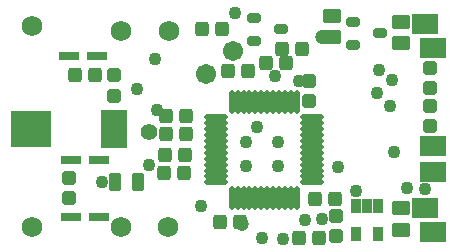
<source format=gbs>
G04 Layer_Color=16711935*
%FSLAX44Y44*%
%MOMM*%
G71*
G01*
G75*
G04:AMPARAMS|DCode=35|XSize=1.2032mm|YSize=1.1032mm|CornerRadius=0.2141mm|HoleSize=0mm|Usage=FLASHONLY|Rotation=0.000|XOffset=0mm|YOffset=0mm|HoleType=Round|Shape=RoundedRectangle|*
%AMROUNDEDRECTD35*
21,1,1.2032,0.6750,0,0,0.0*
21,1,0.7750,1.1032,0,0,0.0*
1,1,0.4282,0.3875,-0.3375*
1,1,0.4282,-0.3875,-0.3375*
1,1,0.4282,-0.3875,0.3375*
1,1,0.4282,0.3875,0.3375*
%
%ADD35ROUNDEDRECTD35*%
G04:AMPARAMS|DCode=37|XSize=1.2032mm|YSize=1.1032mm|CornerRadius=0.2141mm|HoleSize=0mm|Usage=FLASHONLY|Rotation=90.000|XOffset=0mm|YOffset=0mm|HoleType=Round|Shape=RoundedRectangle|*
%AMROUNDEDRECTD37*
21,1,1.2032,0.6750,0,0,90.0*
21,1,0.7750,1.1032,0,0,90.0*
1,1,0.4282,0.3375,0.3875*
1,1,0.4282,0.3375,-0.3875*
1,1,0.4282,-0.3375,-0.3875*
1,1,0.4282,-0.3375,0.3875*
%
%ADD37ROUNDEDRECTD37*%
%ADD40C,1.7272*%
%ADD41C,1.2032*%
%ADD42C,1.4032*%
%ADD43C,1.1032*%
G04:AMPARAMS|DCode=44|XSize=1.5032mm|YSize=1.0032mm|CornerRadius=0.2016mm|HoleSize=0mm|Usage=FLASHONLY|Rotation=270.000|XOffset=0mm|YOffset=0mm|HoleType=Round|Shape=RoundedRectangle|*
%AMROUNDEDRECTD44*
21,1,1.5032,0.6000,0,0,270.0*
21,1,1.1000,1.0032,0,0,270.0*
1,1,0.4032,-0.3000,-0.5500*
1,1,0.4032,-0.3000,0.5500*
1,1,0.4032,0.3000,0.5500*
1,1,0.4032,0.3000,-0.5500*
%
%ADD44ROUNDEDRECTD44*%
%ADD45R,0.8532X1.3032*%
%ADD46O,2.0032X0.5032*%
%ADD47O,0.5032X2.0032*%
G04:AMPARAMS|DCode=48|XSize=0.8032mm|YSize=1.2032mm|CornerRadius=0.1766mm|HoleSize=0mm|Usage=FLASHONLY|Rotation=90.000|XOffset=0mm|YOffset=0mm|HoleType=Round|Shape=RoundedRectangle|*
%AMROUNDEDRECTD48*
21,1,0.8032,0.8500,0,0,90.0*
21,1,0.4500,1.2032,0,0,90.0*
1,1,0.3532,0.4250,0.2250*
1,1,0.3532,0.4250,-0.2250*
1,1,0.3532,-0.4250,-0.2250*
1,1,0.3532,-0.4250,0.2250*
%
%ADD48ROUNDEDRECTD48*%
%ADD49R,1.6532X0.7532*%
%ADD50R,2.2032X3.2032*%
%ADD51R,2.2032X1.7032*%
G04:AMPARAMS|DCode=52|XSize=1.6032mm|YSize=1.2032mm|CornerRadius=0.2266mm|HoleSize=0mm|Usage=FLASHONLY|Rotation=180.000|XOffset=0mm|YOffset=0mm|HoleType=Round|Shape=RoundedRectangle|*
%AMROUNDEDRECTD52*
21,1,1.6032,0.7500,0,0,180.0*
21,1,1.1500,1.2032,0,0,180.0*
1,1,0.4532,-0.5750,0.3750*
1,1,0.4532,0.5750,0.3750*
1,1,0.4532,0.5750,-0.3750*
1,1,0.4532,-0.5750,-0.3750*
%
%ADD52ROUNDEDRECTD52*%
%ADD53C,1.7032*%
G36*
X41000Y93000D02*
X7000D01*
Y123000D01*
X41000D01*
Y93000D01*
D02*
G37*
D35*
X282000Y34500D02*
D03*
Y17500D02*
D03*
X362000Y160000D02*
D03*
Y143000D02*
D03*
X56000Y49500D02*
D03*
Y66500D02*
D03*
X94000Y153500D02*
D03*
Y136500D02*
D03*
X362000Y128000D02*
D03*
Y111000D02*
D03*
X259000Y131500D02*
D03*
Y148500D02*
D03*
D37*
X251000Y16000D02*
D03*
X268000D02*
D03*
X155000Y119000D02*
D03*
X138000D02*
D03*
X154000Y71000D02*
D03*
X137000D02*
D03*
X61000Y153500D02*
D03*
X78000D02*
D03*
X236500Y176000D02*
D03*
X253500D02*
D03*
X169000Y193000D02*
D03*
X186000D02*
D03*
X190500Y157000D02*
D03*
X207500D02*
D03*
X240000Y164000D02*
D03*
X223000D02*
D03*
X264500Y49000D02*
D03*
X281500D02*
D03*
X184000Y29000D02*
D03*
X201000D02*
D03*
X155000Y104000D02*
D03*
X138000D02*
D03*
X154500Y86000D02*
D03*
X137500D02*
D03*
D40*
X358000Y197000D02*
D03*
X100000Y191000D02*
D03*
X141000D02*
D03*
X25000Y195000D02*
D03*
Y25000D02*
D03*
X100000D02*
D03*
X140000D02*
D03*
D41*
X270000Y186000D02*
D03*
X360000Y40000D02*
D03*
X203000Y28000D02*
D03*
D42*
X124000Y106000D02*
D03*
D43*
X317314Y138686D02*
D03*
X231000Y153000D02*
D03*
X319000Y158000D02*
D03*
X330000Y149686D02*
D03*
X131000Y124000D02*
D03*
X114000Y142000D02*
D03*
X327999Y128000D02*
D03*
X331000Y89000D02*
D03*
X362000Y143000D02*
D03*
X363000Y173000D02*
D03*
X168000Y43000D02*
D03*
X84000Y63000D02*
D03*
X124000Y78000D02*
D03*
X342000Y58000D02*
D03*
X358000Y57000D02*
D03*
X129000Y167000D02*
D03*
X299000Y56000D02*
D03*
X270000Y32000D02*
D03*
X237000Y15000D02*
D03*
X220000Y16000D02*
D03*
X256000Y31000D02*
D03*
X197000Y206000D02*
D03*
X206000Y97000D02*
D03*
Y77000D02*
D03*
X233000D02*
D03*
Y97000D02*
D03*
X251000Y148500D02*
D03*
X215000Y110000D02*
D03*
X284000Y76000D02*
D03*
D44*
X95000Y63000D02*
D03*
X115000D02*
D03*
D45*
X299000Y19000D02*
D03*
X318000D02*
D03*
Y43000D02*
D03*
X308500D02*
D03*
X299000D02*
D03*
D46*
X181000Y63000D02*
D03*
Y68000D02*
D03*
Y73000D02*
D03*
Y78000D02*
D03*
Y83000D02*
D03*
Y88000D02*
D03*
Y93000D02*
D03*
Y98000D02*
D03*
Y103000D02*
D03*
Y108000D02*
D03*
Y113000D02*
D03*
Y118000D02*
D03*
X262000D02*
D03*
Y113000D02*
D03*
Y108000D02*
D03*
Y103000D02*
D03*
Y98000D02*
D03*
Y93000D02*
D03*
Y88000D02*
D03*
Y83000D02*
D03*
Y78000D02*
D03*
Y73000D02*
D03*
Y68000D02*
D03*
Y63000D02*
D03*
D47*
X194000Y131000D02*
D03*
X199000D02*
D03*
X204000D02*
D03*
X209000D02*
D03*
X214000D02*
D03*
X219000D02*
D03*
X224000D02*
D03*
X229000D02*
D03*
X234000D02*
D03*
X239000D02*
D03*
X244000D02*
D03*
X249000D02*
D03*
Y50000D02*
D03*
X244000D02*
D03*
X239000D02*
D03*
X234000D02*
D03*
X229000D02*
D03*
X224000D02*
D03*
X219000D02*
D03*
X214000D02*
D03*
X209000D02*
D03*
X204000D02*
D03*
X199000D02*
D03*
X194000D02*
D03*
D48*
X319500Y189000D02*
D03*
X296500Y198500D02*
D03*
Y179500D02*
D03*
X213000Y183000D02*
D03*
Y202000D02*
D03*
X236000Y192500D02*
D03*
D49*
X81750Y82000D02*
D03*
X58250D02*
D03*
X79750Y170000D02*
D03*
X56250D02*
D03*
X58000Y34000D02*
D03*
X81500D02*
D03*
D50*
X94000Y108000D02*
D03*
D51*
X358000Y41000D02*
D03*
X364000Y21000D02*
D03*
X358000Y197000D02*
D03*
X364000Y177000D02*
D03*
Y72000D02*
D03*
Y94000D02*
D03*
D52*
X337000Y23000D02*
D03*
Y41000D02*
D03*
Y199000D02*
D03*
Y181000D02*
D03*
X279000Y204000D02*
D03*
Y186000D02*
D03*
D53*
X172000Y155000D02*
D03*
X195000Y174000D02*
D03*
M02*

</source>
